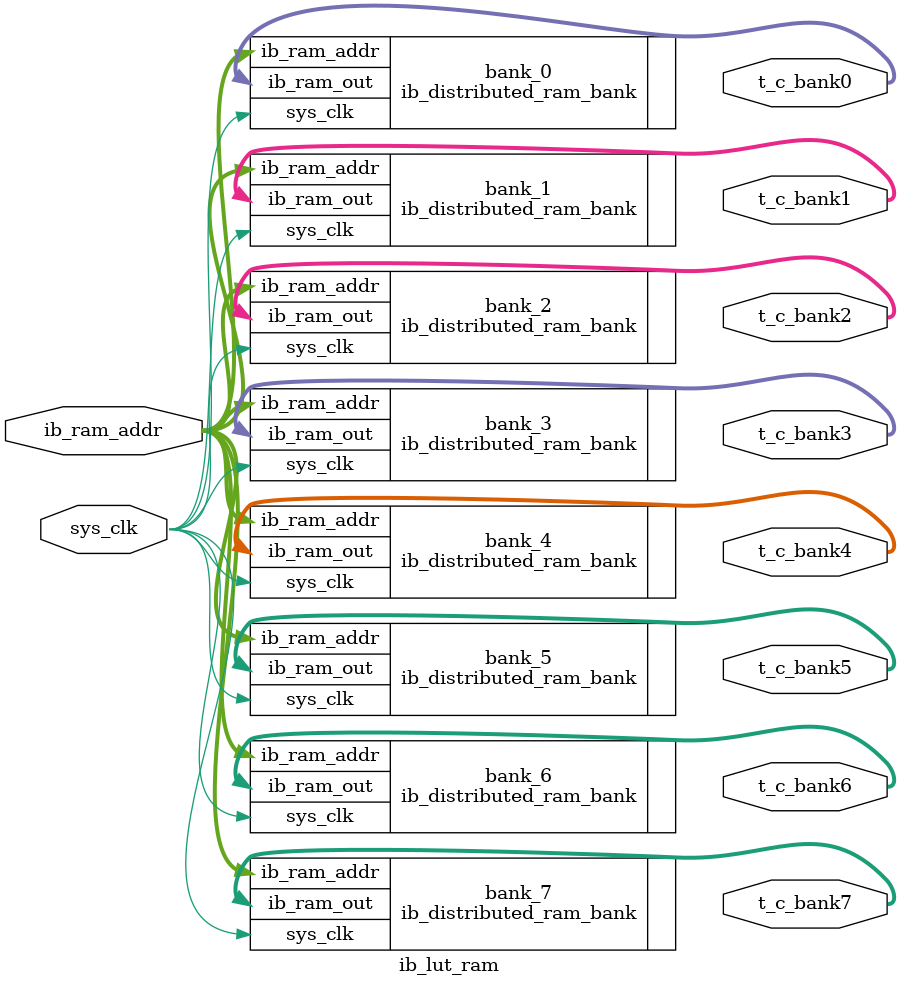
<source format=v>
`timescale 1ns / 1ps
`define QUAN_SIZE 4
`define IB_ADDR 8
`define CARDINALITY 16
`define RAM_DEPTH 256

module ib_lut_ram(
    output wire [`QUAN_SIZE-1:0] t_c_bank0,
    output wire [`QUAN_SIZE-1:0] t_c_bank1,
    output wire [`QUAN_SIZE-1:0] t_c_bank2,
    output wire [`QUAN_SIZE-1:0] t_c_bank3,
    output wire [`QUAN_SIZE-1:0] t_c_bank4,
    output wire [`QUAN_SIZE-1:0] t_c_bank5,
    output wire [`QUAN_SIZE-1:0] t_c_bank6,
    output wire [`QUAN_SIZE-1:0] t_c_bank7,
    
    input wire [4:0] ib_ram_addr,
    input sys_clk
);
    
wire [4:0] ib_ram_addr;
                                                                                                                                       
ib_distributed_ram_bank #(
    .inputA(64'h0000000000000000), 
    .inputB(64'h0000000000000001),
    .inputC(64'h0000000000000002),
    .inputD(64'h0000000000000003)
) bank_0 (
    .ib_ram_out  (t_c_bank0),
    .ib_ram_addr (ib_ram_addr[4:0]),
    .sys_clk     (sys_clk)    
);

ib_distributed_ram_bank #(
    .inputA(64'h0000000000000010), 
    .inputB(64'h0000000000000011),
    .inputC(64'h0000000000000012),
    .inputD(64'h0000000000000013)
) bank_1 (
    .ib_ram_out  (t_c_bank1),
    .ib_ram_addr (ib_ram_addr[4:0]),
    .sys_clk     (sys_clk)    
);

ib_distributed_ram_bank #(
    .inputA(64'h0000000000000020), 
    .inputB(64'h0000000000000021),
    .inputC(64'h0000000000000022),
    .inputD(64'h0000000000000023)
) bank_2 (
    .ib_ram_out  (t_c_bank2),
    .ib_ram_addr (ib_ram_addr[4:0]),
    .sys_clk     (sys_clk)    
);

ib_distributed_ram_bank #(
    .inputA(64'h0000000000000030), 
    .inputB(64'h0000000000000031),
    .inputC(64'h0000000000000032),
    .inputD(64'h0000000000000033)
) bank_3 (
    .ib_ram_out  (t_c_bank3),
    .ib_ram_addr (ib_ram_addr[4:0]),
    .sys_clk     (sys_clk)    
);

ib_distributed_ram_bank #(
    .inputA(64'h0000000000000040), 
    .inputB(64'h0000000000000041),
    .inputC(64'h0000000000000042),
    .inputD(64'h0000000000000043)
) bank_4 (
    .ib_ram_out  (t_c_bank4),
    .ib_ram_addr (ib_ram_addr[4:0]),
    .sys_clk     (sys_clk)    
);

ib_distributed_ram_bank #(
    .inputA(64'h0000000000000050), 
    .inputB(64'h0000000000000051),
    .inputC(64'h0000000000000052),
    .inputD(64'h0000000000000053)
) bank_5 (
    .ib_ram_out  (t_c_bank5),
    .ib_ram_addr (ib_ram_addr[4:0]),
    .sys_clk     (sys_clk)    
);

ib_distributed_ram_bank #(
    .inputA(64'h0000000000000060), 
    .inputB(64'h0000000000000061),
    .inputC(64'h0000000000000062),
    .inputD(64'h0000000000000063)
) bank_6 (
    .ib_ram_out  (t_c_bank6),
    .ib_ram_addr (ib_ram_addr[4:0]),
    .sys_clk     (sys_clk)    
);

ib_distributed_ram_bank #(
    .inputA(64'h0000000000000070), 
    .inputB(64'h0000000000000071),
    .inputC(64'h0000000000000072),
    .inputD(64'h0000000000000073)
) bank_7 (
    .ib_ram_out  (t_c_bank7),
    .ib_ram_addr (ib_ram_addr[4:0]),
    .sys_clk     (sys_clk)    
);
 
endmodule


</source>
